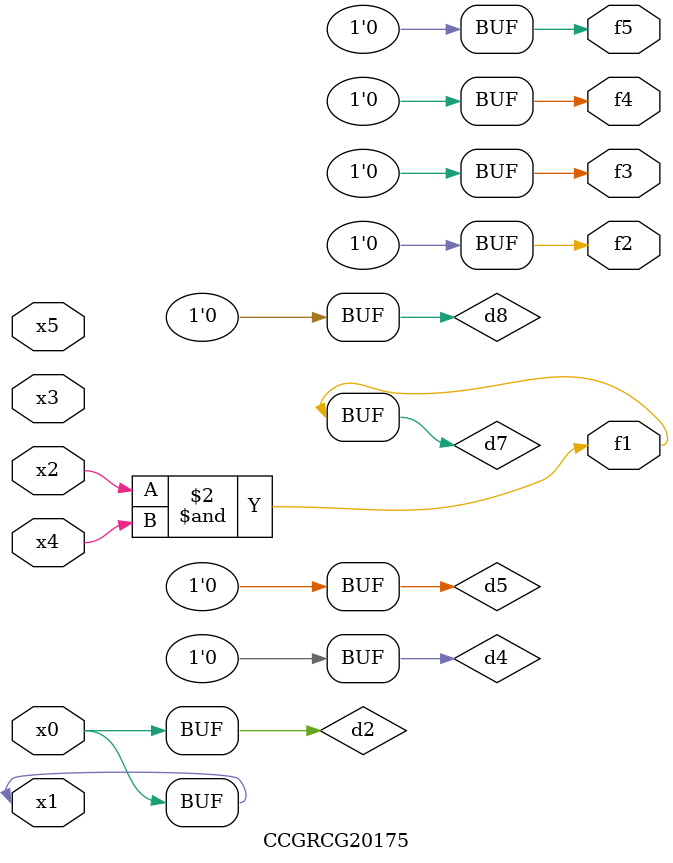
<source format=v>
module CCGRCG20175(
	input x0, x1, x2, x3, x4, x5,
	output f1, f2, f3, f4, f5
);

	wire d1, d2, d3, d4, d5, d6, d7, d8, d9;

	nand (d1, x1);
	buf (d2, x0, x1);
	nand (d3, x2, x4);
	and (d4, d1, d2);
	and (d5, d1, d2);
	nand (d6, d1, d3);
	not (d7, d3);
	xor (d8, d5);
	nor (d9, d5, d6);
	assign f1 = d7;
	assign f2 = d8;
	assign f3 = d8;
	assign f4 = d8;
	assign f5 = d8;
endmodule

</source>
